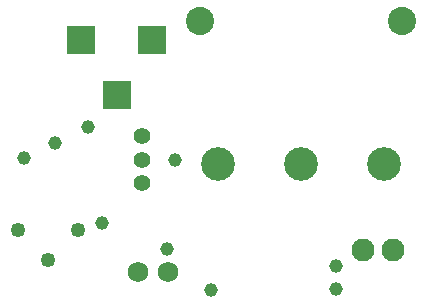
<source format=gbs>
%FSLAX24Y24*%
%MOIN*%
G70*
G01*
G75*
G04 Layer_Color=16711935*
%ADD10R,0.0354X0.0276*%
%ADD11R,0.0354X0.0315*%
%ADD12R,0.0217X0.0512*%
%ADD13R,0.0236X0.0512*%
%ADD14R,0.0512X0.0217*%
%ADD15R,0.0276X0.0354*%
%ADD16R,0.0394X0.0217*%
%ADD17C,0.0300*%
%ADD18C,0.0200*%
%ADD19C,0.0630*%
%ADD20C,0.0709*%
%ADD21C,0.0492*%
%ADD22C,0.1063*%
%ADD23C,0.0882*%
%ADD24R,0.0866X0.0866*%
%ADD25C,0.0433*%
%ADD26C,0.0400*%
%ADD27C,0.0050*%
%ADD28C,0.0098*%
%ADD29C,0.0079*%
%ADD30C,0.0100*%
%ADD31R,0.0414X0.0336*%
%ADD32R,0.0414X0.0375*%
%ADD33R,0.0277X0.0572*%
%ADD34R,0.0296X0.0572*%
%ADD35R,0.0572X0.0277*%
%ADD36R,0.0336X0.0414*%
%ADD37R,0.0454X0.0277*%
%ADD38C,0.0690*%
%ADD39C,0.0060*%
%ADD40C,0.0769*%
%ADD41C,0.0552*%
%ADD42C,0.1123*%
%ADD43C,0.0942*%
%ADD44R,0.0926X0.0926*%
%ADD45C,0.0493*%
%ADD46C,0.0460*%
D38*
X16400Y11000D02*
D03*
X15400D02*
D03*
D39*
X23900Y10750D02*
D03*
X22900D02*
D03*
D40*
X23900Y11750D02*
D03*
X22900D02*
D03*
D41*
X15550Y15537D02*
D03*
Y14750D02*
D03*
Y13963D02*
D03*
D42*
X18078Y14594D02*
D03*
X23622D02*
D03*
X20850D02*
D03*
D43*
X17488Y19354D02*
D03*
X24212D02*
D03*
D44*
X15881Y18750D02*
D03*
X13519D02*
D03*
X14700Y16900D02*
D03*
D45*
X11400Y12400D02*
D03*
X12400Y11400D02*
D03*
X13400Y12400D02*
D03*
D46*
X22000Y11200D02*
D03*
Y10450D02*
D03*
X16650Y14750D02*
D03*
X12650Y15300D02*
D03*
X11600Y14800D02*
D03*
X14205Y12645D02*
D03*
X16372Y11778D02*
D03*
X17858Y10408D02*
D03*
X13750Y15850D02*
D03*
M02*

</source>
